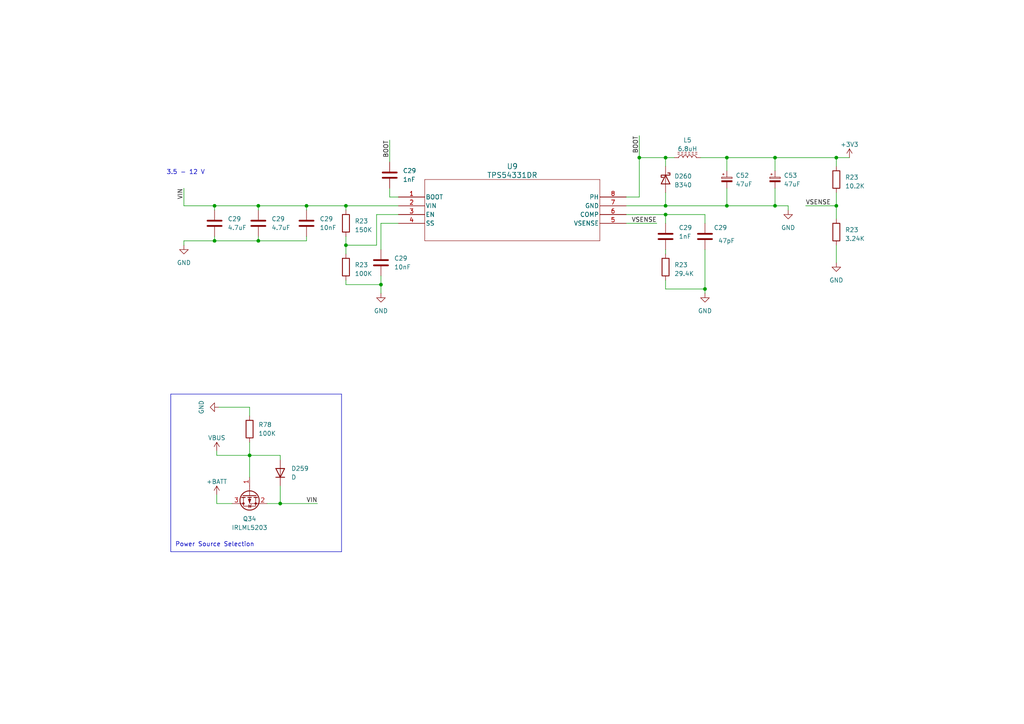
<source format=kicad_sch>
(kicad_sch (version 20230121) (generator eeschema)
  (paper "A4")
  (title_block (title "DC-DC Converter Schematic") (date "2023-07-05") (rev "v1.0") (company "None") (comment 1 "Author : Turgay Hopal"))
  (lib_symbols
    (symbol "Device:C" (pin_numbers hide) (pin_names (offset 0.254))
      (property "Reference" "C" (at 0.635 2.54 0))
      (property "Value" "C" (at 0.635 -2.54 0))
      (symbol "C_0_1"
        (polyline (pts (xy -2.032 -0.762) (xy 2.032 -0.762)) (stroke (width 0.508)))
        (polyline (pts (xy -2.032 0.762) (xy 2.032 0.762)) (stroke (width 0.508)))
      )
      (symbol "C_1_1"
        (pin passive line (at 0 3.81 270) (length 2.794) (name "~") (number "1"))
        (pin passive line (at 0 -3.81 90) (length 2.794) (name "~") (number "2"))
      )
    )
    (symbol "Device:C_Polarized_Small" (pin_numbers hide) (pin_names (offset 0.254) hide)
      (property "Reference" "C" (at 0.254 1.778 0))
      (property "Value" "C_Polarized_Small" (at 0.254 -2.032 0))
      (symbol "C_Polarized_Small_0_1"
        (rectangle (start -1.524 -0.3048) (end 1.524 -0.6858) (fill (type outline)))
        (rectangle (start -1.524 0.6858) (end 1.524 0.3048))
        (polyline (pts (xy -1.27 1.524) (xy -0.762 1.524)))
        (polyline (pts (xy -1.016 1.27) (xy -1.016 1.778)))
      )
      (symbol "C_Polarized_Small_1_1"
        (pin passive line (at 0 2.54 270) (length 1.8542) (name "~") (number "1"))
        (pin passive line (at 0 -2.54 90) (length 1.8542) (name "~") (number "2"))
      )
    )
    (symbol "Device:D" (pin_numbers hide) (pin_names (offset 1.016) hide)
      (property "Reference" "D" (at 0 2.54 0))
      (property "Value" "D" (at 0 -2.54 0))
      (symbol "D_0_1"
        (polyline (pts (xy -1.27 1.27) (xy -1.27 -1.27)) (stroke (width 0.254)))
        (polyline (pts (xy 1.27 0) (xy -1.27 0)))
        (polyline (pts (xy 1.27 1.27) (xy 1.27 -1.27) (xy -1.27 0) (xy 1.27 1.27)) (stroke (width 0.254)))
      )
      (symbol "D_1_1"
        (pin passive line (at -3.81 0 0) (length 2.54) (name "K") (number "1"))
        (pin passive line (at 3.81 0 180) (length 2.54) (name "A") (number "2"))
      )
    )
    (symbol "Device:L_Ferrite" (pin_numbers hide) (pin_names (offset 1.016) hide)
      (property "Reference" "L" (at -1.27 0 90))
      (property "Value" "L_Ferrite" (at 2.794 0 90))
      (symbol "L_Ferrite_0_1"
        (arc (start 0 -2.54) (mid 0.6323 -1.905) (end 0 -1.27))
        (arc (start 0 -1.27) (mid 0.6323 -0.635) (end 0 0))
        (polyline (pts (xy 1.016 -2.794) (xy 1.016 -2.286)))
        (polyline (pts (xy 1.016 -1.778) (xy 1.016 -1.27)))
        (polyline (pts (xy 1.016 -0.762) (xy 1.016 -0.254)))
        (polyline (pts (xy 1.016 0.254) (xy 1.016 0.762)))
        (polyline (pts (xy 1.016 1.27) (xy 1.016 1.778)))
        (polyline (pts (xy 1.016 2.286) (xy 1.016 2.794)))
        (polyline (pts (xy 1.524 -2.286) (xy 1.524 -2.794)))
        (polyline (pts (xy 1.524 -1.27) (xy 1.524 -1.778)))
        (polyline (pts (xy 1.524 -0.254) (xy 1.524 -0.762)))
        (polyline (pts (xy 1.524 0.762) (xy 1.524 0.254)))
        (polyline (pts (xy 1.524 1.778) (xy 1.524 1.27)))
        (polyline (pts (xy 1.524 2.794) (xy 1.524 2.286)))
        (arc (start 0 0) (mid 0.6323 0.635) (end 0 1.27))
        (arc (start 0 1.27) (mid 0.6323 1.905) (end 0 2.54))
      )
      (symbol "L_Ferrite_1_1"
        (pin passive line (at 0 3.81 270) (length 1.27) (name "1") (number "1"))
        (pin passive line (at 0 -3.81 90) (length 1.27) (name "2") (number "2"))
      )
    )
    (symbol "Device:R" (pin_numbers hide) (pin_names (offset 0))
      (property "Reference" "R" (at 2.032 0 90))
      (property "Value" "R" (at 0 0 90))
      (symbol "R_0_1"
        (rectangle (start -1.016 -2.54) (end 1.016 2.54) (stroke (width 0.254)))
      )
      (symbol "R_1_1"
        (pin passive line (at 0 3.81 270) (length 1.27) (name "~") (number "1"))
        (pin passive line (at 0 -3.81 90) (length 1.27) (name "~") (number "2"))
      )
    )
    (symbol "Diode:B340" (pin_numbers hide) (pin_names (offset 1.016) hide)
      (property "Reference" "D" (at 0 2.54 0))
      (property "Value" "B340" (at 0 -2.54 0))
      (symbol "B340_0_1"
        (polyline (pts (xy 1.27 0) (xy -1.27 0)))
        (polyline (pts (xy 1.27 1.27) (xy 1.27 -1.27) (xy -1.27 0) (xy 1.27 1.27)) (stroke (width 0.254)))
        (polyline (pts (xy -1.905 0.635) (xy -1.905 1.27) (xy -1.27 1.27) (xy -1.27 -1.27) (xy -0.635 -1.27) (xy -0.635 -0.635)) (stroke (width 0.254)))
      )
      (symbol "B340_1_1"
        (pin passive line (at -3.81 0 0) (length 2.54) (name "K") (number "1"))
        (pin passive line (at 3.81 0 180) (length 2.54) (name "A") (number "2"))
      )
    )
    (symbol "TPS54331DR:TPS54331DR" (pin_names (offset 0.254))
      (property "Reference" "U" (at 33.02 10.16 0))
      (property "Value" "TPS54331DR" (at 33.02 7.62 0))
      (symbol "TPS54331DR_0_1"
        (polyline (pts (xy 7.62 -12.7) (xy 58.42 -12.7)) (stroke (width 0.127)))
        (polyline (pts (xy 7.62 5.08) (xy 7.62 -12.7)) (stroke (width 0.127)))
        (polyline (pts (xy 58.42 -12.7) (xy 58.42 5.08)) (stroke (width 0.127)))
        (polyline (pts (xy 58.42 5.08) (xy 7.62 5.08)) (stroke (width 0.127)))
        (pin unspecified line (at 0 0 0) (length 7.62) (name "BOOT") (number "1"))
        (pin input line (at 0 -2.54 0) (length 7.62) (name "VIN") (number "2"))
        (pin unspecified line (at 0 -5.08 0) (length 7.62) (name "EN") (number "3"))
        (pin unspecified line (at 0 -7.62 0) (length 7.62) (name "SS") (number "4"))
        (pin unspecified line (at 66.04 -7.62 180) (length 7.62) (name "VSENSE") (number "5"))
        (pin output line (at 66.04 -5.08 180) (length 7.62) (name "COMP") (number "6"))
        (pin power_in line (at 66.04 -2.54 180) (length 7.62) (name "GND") (number "7"))
        (pin power_in line (at 66.04 0 180) (length 7.62) (name "PH") (number "8"))
      )
    )
    (symbol "Transistor_FET:IRLML5203" (pin_names hide)
      (property "Reference" "Q" (at 5.08 1.905 0))
      (property "Value" "IRLML5203" (at 5.08 0 0))
      (symbol "IRLML5203_0_1"
        (polyline (pts (xy 0.254 0) (xy -2.54 0)))
        (polyline (pts (xy 0.254 1.905) (xy 0.254 -1.905)) (stroke (width 0.254)))
        (polyline (pts (xy 0.762 -1.27) (xy 0.762 -2.286)) (stroke (width 0.254)))
        (polyline (pts (xy 0.762 0.508) (xy 0.762 -0.508)) (stroke (width 0.254)))
        (polyline (pts (xy 0.762 2.286) (xy 0.762 1.27)) (stroke (width 0.254)))
        (polyline (pts (xy 2.54 2.54) (xy 2.54 1.778)))
        (polyline (pts (xy 2.54 -2.54) (xy 2.54 0) (xy 0.762 0)))
        (polyline (pts (xy 0.762 1.778) (xy 3.302 1.778) (xy 3.302 -1.778) (xy 0.762 -1.778)))
        (polyline (pts (xy 2.286 0) (xy 1.27 0.381) (xy 1.27 -0.381) (xy 2.286 0)) (fill (type outline)))
        (polyline (pts (xy 2.794 -0.508) (xy 2.921 -0.381) (xy 3.683 -0.381) (xy 3.81 -0.254)))
        (polyline (pts (xy 3.302 -0.381) (xy 2.921 0.254) (xy 3.683 0.254) (xy 3.302 -0.381)))
        (circle (center 1.651 0) (radius 2.794) (stroke (width 0.254)))
        (circle (center 2.54 -1.778) (radius 0.254) (fill (type outline)))
        (circle (center 2.54 1.778) (radius 0.254) (fill (type outline)))
      )
      (symbol "IRLML5203_1_1"
        (pin input line (at -5.08 0 0) (length 2.54) (name "G") (number "1"))
        (pin passive line (at 2.54 -5.08 90) (length 2.54) (name "S") (number "2"))
        (pin passive line (at 2.54 5.08 270) (length 2.54) (name "D") (number "3"))
      )
    )
    (symbol "power:+3V3" (power) (pin_names (offset 0))
      (property "Value" "+3V3" (at 0 3.556 0))
      (symbol "+3V3_0_1"
        (polyline (pts (xy -0.762 1.27) (xy 0 2.54)))
        (polyline (pts (xy 0 0) (xy 0 2.54)))
        (polyline (pts (xy 0 2.54) (xy 0.762 1.27)))
      )
      (symbol "+3V3_1_1"
        (pin power_in line (at 0 0 90) (length 0) hide (name "+3V3") (number "1"))
      )
    )
    (symbol "power:+BATT" (power) (pin_names (offset 0))
      (property "Value" "+BATT" (at 0 3.556 0))
      (symbol "+BATT_0_1"
        (polyline (pts (xy -0.762 1.27) (xy 0 2.54)))
        (polyline (pts (xy 0 0) (xy 0 2.54)))
        (polyline (pts (xy 0 2.54) (xy 0.762 1.27)))
      )
      (symbol "+BATT_1_1"
        (pin power_in line (at 0 0 90) (length 0) hide (name "+BATT") (number "1"))
      )
    )
    (symbol "power:GND" (power) (pin_names (offset 0))
      (property "Value" "GND" (at 0 -3.81 0))
      (symbol "GND_0_1"
        (polyline (pts (xy 0 0) (xy 0 -1.27) (xy 1.27 -1.27) (xy 0 -2.54) (xy -1.27 -1.27) (xy 0 -1.27)))
      )
      (symbol "GND_1_1"
        (pin power_in line (at 0 0 270) (length 0) hide (name "GND") (number "1"))
      )
    )
    (symbol "power:VBUS" (power) (pin_names (offset 0))
      (property "Value" "VBUS" (at 0 3.81 0))
      (symbol "VBUS_0_1"
        (polyline (pts (xy -0.762 1.27) (xy 0 2.54)))
        (polyline (pts (xy 0 0) (xy 0 2.54)))
        (polyline (pts (xy 0 2.54) (xy 0.762 1.27)))
      )
      (symbol "VBUS_1_1"
        (pin power_in line (at 0 0 90) (length 0) hide (name "VBUS") (number "1"))
      )
    )
  )
  (junction (at 88.9 59.69))
  (junction (at 81.28 146.05))
  (junction (at 100.33 59.69))
  (junction (at 242.57 45.72))
  (junction (at 210.82 45.72))
  (junction (at 224.79 45.72))
  (junction (at 110.49 82.55))
  (junction (at 193.04 62.23))
  (junction (at 193.04 59.69))
  (junction (at 74.93 59.69))
  (junction (at 185.42 45.72))
  (junction (at 242.57 59.69))
  (junction (at 210.82 59.69))
  (junction (at 100.33 71.12))
  (junction (at 193.04 45.72))
  (junction (at 72.39 132.08))
  (junction (at 204.47 83.82))
  (junction (at 62.23 69.85))
  (junction (at 74.93 69.85))
  (junction (at 62.23 59.69))
  (junction (at 224.79 59.69))
  (wire (pts (xy 62.23 59.69) (xy 53.34 59.69)))
  (wire (pts (xy 53.34 71.12) (xy 53.34 69.85)))
  (wire (pts (xy 181.61 59.69) (xy 193.04 59.69)))
  (wire (pts (xy 74.93 68.58) (xy 74.93 69.85)))
  (wire (pts (xy 81.28 132.08) (xy 81.28 133.35)))
  (wire (pts (xy 193.04 59.69) (xy 210.82 59.69)))
  (wire (pts (xy 100.33 59.69) (xy 100.33 60.96)))
  (wire (pts (xy 242.57 45.72) (xy 246.38 45.72)))
  (wire (pts (xy 203.2 45.72) (xy 210.82 45.72)))
  (wire (pts (xy 204.47 83.82) (xy 204.47 85.09)))
  (wire (pts (xy 193.04 83.82) (xy 204.47 83.82)))
  (wire (pts (xy 100.33 68.58) (xy 100.33 71.12)))
  (wire (pts (xy 185.42 45.72) (xy 193.04 45.72)))
  (wire (pts (xy 62.865 132.08) (xy 72.39 132.08)))
  (wire (pts (xy 113.03 46.99) (xy 113.03 40.64)))
  (wire (pts (xy 53.34 69.85) (xy 62.23 69.85)))
  (wire (pts (xy 181.61 57.15) (xy 185.42 57.15)))
  (wire (pts (xy 193.04 72.39) (xy 193.04 73.66)))
  (wire (pts (xy 193.04 55.88) (xy 193.04 59.69)))
  (wire (pts (xy 62.23 68.58) (xy 62.23 69.85)))
  (wire (pts (xy 210.82 54.61) (xy 210.82 59.69)))
  (wire (pts (xy 204.47 62.23) (xy 204.47 64.77)))
  (wire (pts (xy 224.79 45.72) (xy 242.57 45.72)))
  (wire (pts (xy 204.47 72.39) (xy 204.47 83.82)))
  (wire (pts (xy 88.9 59.69) (xy 88.9 60.96)))
  (wire (pts (xy 181.61 62.23) (xy 193.04 62.23)))
  (polyline (pts (xy 49.53 114.3) (xy 49.53 160.02)))
  (wire (pts (xy 242.57 55.88) (xy 242.57 59.69)))
  (wire (pts (xy 113.03 57.15) (xy 113.03 54.61)))
  (wire (pts (xy 210.82 59.69) (xy 224.79 59.69)))
  (polyline (pts (xy 49.53 160.02) (xy 99.06 160.02)))
  (wire (pts (xy 62.23 69.85) (xy 74.93 69.85)))
  (wire (pts (xy 242.57 59.69) (xy 242.57 63.5)))
  (wire (pts (xy 109.22 71.12) (xy 109.22 62.23)))
  (wire (pts (xy 113.03 57.15) (xy 115.57 57.15)))
  (wire (pts (xy 193.04 81.28) (xy 193.04 83.82)))
  (wire (pts (xy 72.39 132.08) (xy 72.39 138.43)))
  (wire (pts (xy 242.57 71.12) (xy 242.57 76.2)))
  (wire (pts (xy 242.57 45.72) (xy 242.57 48.26)))
  (wire (pts (xy 233.68 59.69) (xy 242.57 59.69)))
  (wire (pts (xy 63.5 118.11) (xy 72.39 118.11)))
  (wire (pts (xy 110.49 85.09) (xy 110.49 82.55)))
  (wire (pts (xy 100.33 71.12) (xy 100.33 73.66)))
  (wire (pts (xy 193.04 62.23) (xy 193.04 64.77)))
  (wire (pts (xy 100.33 82.55) (xy 110.49 82.55)))
  (wire (pts (xy 81.28 146.05) (xy 92.075 146.05)))
  (wire (pts (xy 110.49 64.77) (xy 110.49 72.39)))
  (wire (pts (xy 88.9 59.69) (xy 74.93 59.69)))
  (wire (pts (xy 62.865 143.51) (xy 62.865 146.05)))
  (wire (pts (xy 74.93 59.69) (xy 74.93 60.96)))
  (wire (pts (xy 210.82 45.72) (xy 210.82 49.53)))
  (wire (pts (xy 185.42 39.37) (xy 185.42 45.72)))
  (wire (pts (xy 224.79 45.72) (xy 224.79 49.53)))
  (wire (pts (xy 72.39 120.65) (xy 72.39 118.11)))
  (wire (pts (xy 224.79 59.69) (xy 228.6 59.69)))
  (wire (pts (xy 224.79 54.61) (xy 224.79 59.69)))
  (wire (pts (xy 62.23 59.69) (xy 62.23 60.96)))
  (wire (pts (xy 115.57 64.77) (xy 110.49 64.77)))
  (polyline (pts (xy 99.06 160.02) (xy 99.06 114.3)))
  (wire (pts (xy 62.865 146.05) (xy 67.31 146.05)))
  (wire (pts (xy 74.93 69.85) (xy 88.9 69.85)))
  (wire (pts (xy 110.49 80.01) (xy 110.49 82.55)))
  (wire (pts (xy 190.5 64.77) (xy 181.61 64.77)))
  (polyline (pts (xy 49.53 114.3) (xy 99.06 114.3)))
  (wire (pts (xy 88.9 69.85) (xy 88.9 68.58)))
  (wire (pts (xy 100.33 81.28) (xy 100.33 82.55)))
  (wire (pts (xy 72.39 132.08) (xy 81.28 132.08)))
  (wire (pts (xy 100.33 59.69) (xy 115.57 59.69)))
  (wire (pts (xy 72.39 128.27) (xy 72.39 132.08)))
  (wire (pts (xy 74.93 59.69) (xy 62.23 59.69)))
  (wire (pts (xy 81.28 146.05) (xy 77.47 146.05)))
  (wire (pts (xy 193.04 62.23) (xy 204.47 62.23)))
  (wire (pts (xy 193.04 45.72) (xy 195.58 45.72)))
  (wire (pts (xy 100.33 71.12) (xy 109.22 71.12)))
  (wire (pts (xy 193.04 45.72) (xy 193.04 48.26)))
  (wire (pts (xy 62.865 130.81) (xy 62.865 132.08)))
  (wire (pts (xy 88.9 59.69) (xy 100.33 59.69)))
  (wire (pts (xy 53.34 59.69) (xy 53.34 54.61)))
  (wire (pts (xy 81.28 140.97) (xy 81.28 146.05)))
  (wire (pts (xy 109.22 62.23) (xy 115.57 62.23)))
  (wire (pts (xy 210.82 45.72) (xy 224.79 45.72)))
  (wire (pts (xy 228.6 59.69) (xy 228.6 60.96)))
  (wire (pts (xy 185.42 57.15) (xy 185.42 45.72)))
  (text "Power Source Selection" (at 50.8 158.75 0) (effects (font (size 1.27 1.27)) (justify left bottom)))
  (text "3.5 - 12 V" (at 48.26 50.8 0) (effects (font (size 1.27 1.27)) (justify left bottom)))
  (label "VSENSE" (at 233.68 59.69 0))
  (label "VIN" (at 53.34 54.61 270))
  (label "VSENSE" (at 190.5 64.77 180))
  (label "BOOT" (at 185.42 39.37 270))
  (label "BOOT" (at 113.03 40.64 270))
  (label "VIN" (at 92.075 146.05 180))
  (symbol (lib_id "power:VBUS") (at 62.865 130.81 0) (unit 1)
    (property "Reference" "#PWR0123" (effects hide))
    (property "Value" "VBUS" (at 62.865 127 0))
  )
  (symbol (lib_id "Device:R") (at 242.57 67.31 0) (unit 1)
    (property "Reference" "R23" (at 245.11 66.675 0) (effects (justify left)))
    (property "Value" "3.24K" (at 245.11 69.215 0) (effects (justify left)))
    (property "Footprint" "Resistor_SMD:R_0603_1608Metric" (effects hide))
    (instances (project "DeskSandGlass" (path "" (reference "R23") (unit 1)) (path "" (reference "R83") (unit 1))))
  )
  (symbol (lib_id "power:GND") (at 63.5 118.11 270) (unit 1)
    (property "Reference" "#PWR0125" (effects hide))
    (property "Value" "GND" (at 58.42 118.11 0))
  )
  (symbol (lib_id "Device:C") (at 74.93 64.77 0) (unit 1)
    (property "Reference" "C29" (at 78.74 63.5 0) (effects (justify left)))
    (property "Value" "4.7uF" (at 78.74 66.04 0) (effects (justify left)))
    (property "Footprint" "Capacitor_SMD:C_0603_1608Metric" (effects hide))
    (instances (project "DeskSandGlass" (path "" (reference "C29") (unit 1)) (path "" (reference "C46") (unit 1))))
  )
  (symbol (lib_id "power:GND") (at 242.57 76.2 0) (unit 1)
    (property "Reference" "#PWR0129" (effects hide))
    (property "Value" "GND" (at 242.57 81.28 0))
  )
  (symbol (lib_id "power:+3V3") (at 246.38 45.72 0) (unit 1)
    (property "Reference" "#PWR0130" (effects hide))
    (property "Value" "+3V3" (at 246.38 41.91 0))
  )
  (symbol (lib_id "Device:C") (at 88.9 64.77 0) (unit 1)
    (property "Reference" "C29" (at 92.71 63.5 0) (effects (justify left)))
    (property "Value" "10nF" (at 92.71 66.04 0) (effects (justify left)))
    (property "Footprint" "Capacitor_SMD:C_0603_1608Metric" (effects hide))
    (instances (project "DeskSandGlass" (path "" (reference "C29") (unit 1)) (path "" (reference "C47") (unit 1))))
  )
  (symbol (lib_id "Device:C") (at 204.47 68.58 0) (unit 1)
    (property "Reference" "C29" (at 207.01 66.04 0) (effects (justify left)))
    (property "Value" "47pF" (at 208.28 69.85 0) (effects (justify left)))
    (property "Footprint" "Capacitor_SMD:C_0603_1608Metric" (effects hide))
    (instances (project "DeskSandGlass" (path "" (reference "C29") (unit 1)) (path "" (reference "C51") (unit 1))))
  )
  (symbol (lib_id "Device:R") (at 193.04 77.47 0) (unit 1)
    (property "Reference" "R23" (at 195.58 76.835 0) (effects (justify left)))
    (property "Value" "29.4K" (at 195.58 79.375 0) (effects (justify left)))
    (property "Footprint" "Resistor_SMD:R_0603_1608Metric" (effects hide))
    (instances (project "DeskSandGlass" (path "" (reference "R23") (unit 1)) (path "" (reference "R81") (unit 1))))
  )
  (symbol (lib_id "Device:C_Polarized_Small") (at 224.79 52.07 0) (unit 1)
    (property "Reference" "C53" (at 227.33 50.8889 0) (effects (justify left)))
    (property "Value" "47uF" (at 227.33 53.4289 0) (effects (justify left)))
    (property "Footprint" "Capacitor_SMD:CP_Elec_5x4.4" (effects hide))
  )
  (symbol (lib_id "power:GND") (at 53.34 71.12 0) (unit 1)
    (property "Reference" "#PWR0122" (effects hide))
    (property "Value" "GND" (at 53.34 76.2 0))
  )
  (symbol (lib_id "TPS54331DR:TPS54331DR") (at 115.57 57.15 0) (unit 1)
    (property "Reference" "U9" (at 148.59 48.26 0) (effects (font (size 1.524 1.524))))
    (property "Value" "TPS54331DR" (at 148.59 50.8 0) (effects (font (size 1.524 1.524))))
    (property "Footprint" "Footprints:D8" (effects hide))
    (property "Datasheet" "TPS54331DR" (effects hide))
  )
  (symbol (lib_id "power:GND") (at 110.49 85.09 0) (unit 1)
    (property "Reference" "#PWR0126" (effects hide))
    (property "Value" "GND" (at 110.49 90.17 0))
  )
  (symbol (lib_id "power:+BATT") (at 62.865 143.51 0) (unit 1)
    (property "Reference" "#PWR0124" (effects hide))
    (property "Value" "+BATT" (at 62.865 139.7 0))
  )
  (symbol (lib_id "Device:C") (at 62.23 64.77 0) (unit 1)
    (property "Reference" "C29" (at 66.04 63.5 0) (effects (justify left)))
    (property "Value" "4.7uF" (at 66.04 66.04 0) (effects (justify left)))
    (property "Footprint" "Capacitor_SMD:C_0603_1608Metric" (effects hide))
    (instances (project "DeskSandGlass" (path "" (reference "C29") (unit 1)) (path "" (reference "C45") (unit 1))))
  )
  (symbol (lib_id "Device:R") (at 242.57 52.07 0) (unit 1)
    (property "Reference" "R23" (at 245.11 51.435 0) (effects (justify left)))
    (property "Value" "10.2K" (at 245.11 53.975 0) (effects (justify left)))
    (property "Footprint" "Resistor_SMD:R_0603_1608Metric" (effects hide))
    (instances (project "DeskSandGlass" (path "" (reference "R23") (unit 1)) (path "" (reference "R82") (unit 1))))
  )
  (symbol (lib_id "Device:C") (at 193.04 68.58 0) (unit 1)
    (property "Reference" "C29" (at 196.85 66.04 0) (effects (justify left)))
    (property "Value" "1nF" (at 196.85 68.58 0) (effects (justify left)))
    (property "Footprint" "Capacitor_SMD:C_0603_1608Metric" (effects hide))
    (instances (project "DeskSandGlass" (path "" (reference "C29") (unit 1)) (path "" (reference "C50") (unit 1))))
  )
  (symbol (lib_id "Device:C_Polarized_Small") (at 210.82 52.07 0) (unit 1)
    (property "Reference" "C52" (at 213.36 50.8889 0) (effects (justify left)))
    (property "Value" "47uF" (at 213.36 53.4289 0) (effects (justify left)))
    (property "Footprint" "Capacitor_SMD:CP_Elec_5x4.4" (effects hide))
  )
  (symbol (lib_id "Device:R") (at 100.33 77.47 0) (unit 1)
    (property "Reference" "R23" (at 102.87 76.835 0) (effects (justify left)))
    (property "Value" "100K" (at 102.87 79.375 0) (effects (justify left)))
    (property "Footprint" "Resistor_SMD:R_0603_1608Metric" (effects hide))
    (instances (project "DeskSandGlass" (path "" (reference "R23") (unit 1)) (path "" (reference "R80") (unit 1))))
  )
  (symbol (lib_id "Diode:B340") (at 193.04 52.07 270) (unit 1)
    (property "Reference" "D260" (at 195.58 51.1175 90) (effects (justify left)))
    (property "Value" "B340" (at 195.58 53.6575 90) (effects (justify left)))
    (property "Footprint" "Diode_SMD:D_SMA" (effects hide))
    (property "Datasheet" "http://www.jameco.com/Jameco/Products/ProdDS/1538777.pdf" (effects hide))
  )
  (symbol (lib_id "Transistor_FET:IRLML5203") (at 72.39 143.51 90) (mirror x) (unit 1)
    (property "Reference" "Q34" (at 72.39 150.495 90))
    (property "Value" "IRLML5203" (at 72.39 153.035 90))
    (property "Footprint" "Package_TO_SOT_SMD:SOT-23" (effects hide))
    (property "Datasheet" "https://www.infineon.com/dgdl/irlml5203pbf.pdf?fileId=5546d462533600a40153566868da261d" (effects hide))
    (instances (project "DeskSandGlass" (path "" (reference "Q34") (unit 1))) (project "DroneController-v3.1" (path "" (reference "Q2") (unit 1))))
  )
  (symbol (lib_id "Device:L_Ferrite") (at 199.39 45.72 90) (unit 1)
    (property "Reference" "L5" (at 199.39 40.64 90))
    (property "Value" "6.8uH" (at 199.39 43.18 90))
    (property "Footprint" "Inductor_SMD:L_TracoPower_TCK-047_5.2x5.8mm" (effects hide))
  )
  (symbol (lib_id "Device:C") (at 113.03 50.8 0) (unit 1)
    (property "Reference" "C29" (at 116.84 49.53 0) (effects (justify left)))
    (property "Value" "1nF" (at 116.84 52.07 0) (effects (justify left)))
    (property "Footprint" "Capacitor_SMD:C_0603_1608Metric" (effects hide))
    (instances (project "DeskSandGlass" (path "" (reference "C29") (unit 1)) (path "" (reference "C49") (unit 1))))
  )
  (symbol (lib_id "Device:R") (at 100.33 64.77 0) (unit 1)
    (property "Reference" "R23" (at 102.87 64.135 0) (effects (justify left)))
    (property "Value" "150K" (at 102.87 66.675 0) (effects (justify left)))
    (property "Footprint" "Resistor_SMD:R_0603_1608Metric" (effects hide))
    (instances (project "DeskSandGlass" (path "" (reference "R23") (unit 1)) (path "" (reference "R79") (unit 1))))
  )
  (symbol (lib_id "Device:C") (at 110.49 76.2 0) (unit 1)
    (property "Reference" "C29" (at 114.3 74.93 0) (effects (justify left)))
    (property "Value" "10nF" (at 114.3 77.47 0) (effects (justify left)))
    (property "Footprint" "Capacitor_SMD:C_0603_1608Metric" (effects hide))
    (instances (project "DeskSandGlass" (path "" (reference "C29") (unit 1)) (path "" (reference "C48") (unit 1))))
  )
  (symbol (lib_id "power:GND") (at 228.6 60.96 0) (unit 1)
    (property "Reference" "#PWR0128" (effects hide))
    (property "Value" "GND" (at 228.6 66.04 0))
  )
  (symbol (lib_id "Device:R") (at 72.39 124.46 0) (unit 1)
    (property "Reference" "R78" (at 74.93 123.1899 0) (effects (justify left)))
    (property "Value" "100K" (at 74.93 125.7299 0) (effects (justify left)))
    (property "Footprint" "Resistor_SMD:R_0603_1608Metric" (effects hide))
    (instances (project "DeskSandGlass" (path "" (reference "R78") (unit 1))) (project "DroneController-v3.1" (path "" (reference "R41") (unit 1))))
  )
  (symbol (lib_id "Device:D") (at 81.28 137.16 90) (unit 1)
    (property "Reference" "D259" (at 84.455 135.8899 90) (effects (justify right)))
    (property "Value" "D" (at 84.455 138.4299 90) (effects (justify right)))
    (property "Footprint" "Diode_SMD:D_SMA" (effects hide))
    (instances (project "DeskSandGlass" (path "" (reference "D259") (unit 1))) (project "DroneController-v3.1" (path "" (reference "D8") (unit 1))))
  )
  (symbol (lib_id "power:GND") (at 204.47 85.09 0) (unit 1)
    (property "Reference" "#PWR0127" (effects hide))
    (property "Value" "GND" (at 204.47 90.17 0))
  )
)
</source>
